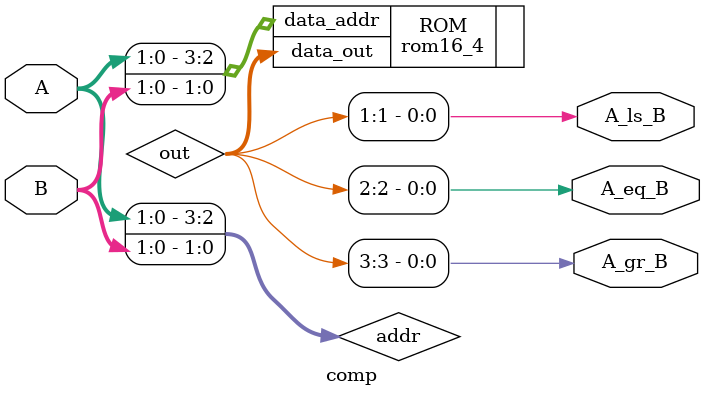
<source format=v>
`include "rom16_4.v"
module comp(output A_eq_B,A_ls_B,A_gr_B,input [1:0] A,B);

// Define the address
wire [3:0] addr;
// Define the data_out
wire [3:0] out;

assign addr = {A,B};

// Instantiate the ROM
rom16_4 ROM(.data_addr(addr),.data_out(out));

// Assign the outputs
assign A_eq_B = out[2];
assign A_ls_B = out[1];
assign A_gr_B = out[3];

endmodule
</source>
